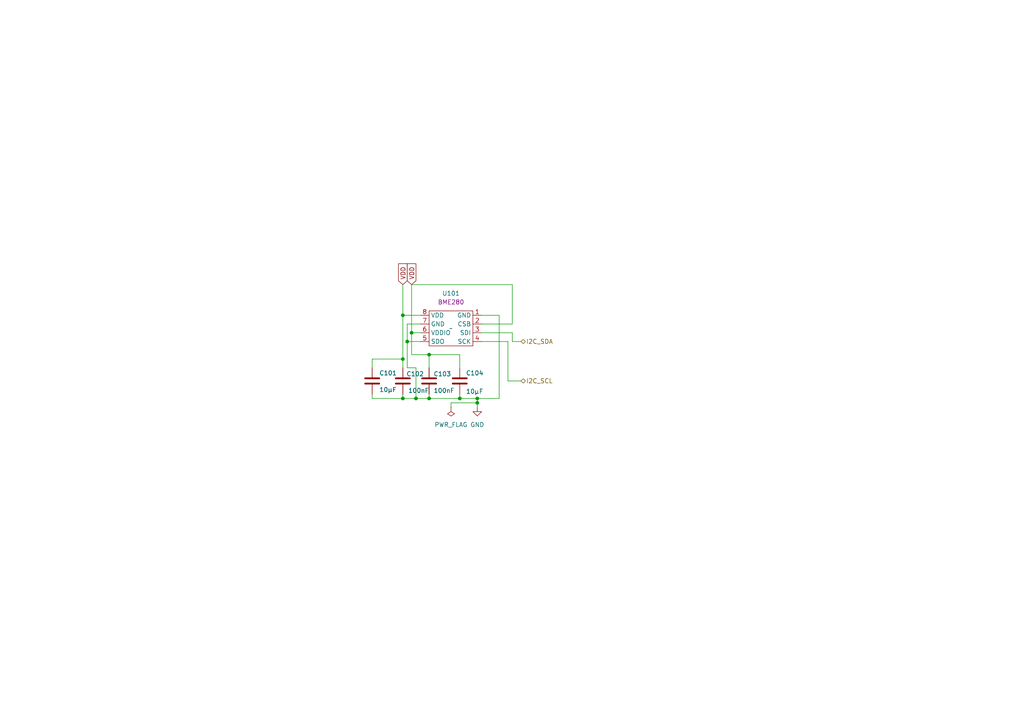
<source format=kicad_sch>
(kicad_sch
	(version 20231120)
	(generator "eeschema")
	(generator_version "8.0")
	(uuid "19420d9c-c79f-4c58-9606-069e2b1abb96")
	(paper "A4")
	(lib_symbols
		(symbol "Device:C"
			(pin_numbers hide)
			(pin_names
				(offset 0.254)
			)
			(exclude_from_sim no)
			(in_bom yes)
			(on_board yes)
			(property "Reference" "C"
				(at 0.635 2.54 0)
				(effects
					(font
						(size 1.27 1.27)
					)
					(justify left)
				)
			)
			(property "Value" "C"
				(at 0.635 -2.54 0)
				(effects
					(font
						(size 1.27 1.27)
					)
					(justify left)
				)
			)
			(property "Footprint" ""
				(at 0.9652 -3.81 0)
				(effects
					(font
						(size 1.27 1.27)
					)
					(hide yes)
				)
			)
			(property "Datasheet" "~"
				(at 0 0 0)
				(effects
					(font
						(size 1.27 1.27)
					)
					(hide yes)
				)
			)
			(property "Description" "Unpolarized capacitor"
				(at 0 0 0)
				(effects
					(font
						(size 1.27 1.27)
					)
					(hide yes)
				)
			)
			(property "ki_keywords" "cap capacitor"
				(at 0 0 0)
				(effects
					(font
						(size 1.27 1.27)
					)
					(hide yes)
				)
			)
			(property "ki_fp_filters" "C_*"
				(at 0 0 0)
				(effects
					(font
						(size 1.27 1.27)
					)
					(hide yes)
				)
			)
			(symbol "C_0_1"
				(polyline
					(pts
						(xy -2.032 -0.762) (xy 2.032 -0.762)
					)
					(stroke
						(width 0.508)
						(type default)
					)
					(fill
						(type none)
					)
				)
				(polyline
					(pts
						(xy -2.032 0.762) (xy 2.032 0.762)
					)
					(stroke
						(width 0.508)
						(type default)
					)
					(fill
						(type none)
					)
				)
			)
			(symbol "C_1_1"
				(pin passive line
					(at 0 3.81 270)
					(length 2.794)
					(name "~"
						(effects
							(font
								(size 1.27 1.27)
							)
						)
					)
					(number "1"
						(effects
							(font
								(size 1.27 1.27)
							)
						)
					)
				)
				(pin passive line
					(at 0 -3.81 90)
					(length 2.794)
					(name "~"
						(effects
							(font
								(size 1.27 1.27)
							)
						)
					)
					(number "2"
						(effects
							(font
								(size 1.27 1.27)
							)
						)
					)
				)
			)
		)
		(symbol "WOBCLibrary:BME280"
			(exclude_from_sim no)
			(in_bom yes)
			(on_board yes)
			(property "Reference" "U"
				(at 0 10.16 0)
				(effects
					(font
						(size 1.27 1.27)
					)
				)
			)
			(property "Value" ""
				(at 0 0 0)
				(effects
					(font
						(size 1.27 1.27)
					)
				)
			)
			(property "Footprint" ""
				(at 0 0 0)
				(effects
					(font
						(size 1.27 1.27)
					)
					(hide yes)
				)
			)
			(property "Datasheet" ""
				(at 0 0 0)
				(effects
					(font
						(size 1.27 1.27)
					)
					(hide yes)
				)
			)
			(property "Description" ""
				(at 0 0 0)
				(effects
					(font
						(size 1.27 1.27)
					)
					(hide yes)
				)
			)
			(property "シンボル名" "BME280"
				(at 0 7.62 0)
				(effects
					(font
						(size 1.27 1.27)
					)
				)
			)
			(symbol "BME280_0_1"
				(rectangle
					(start -6.35 5.08)
					(end 6.35 -5.08)
					(stroke
						(width 0)
						(type default)
					)
					(fill
						(type none)
					)
				)
			)
			(symbol "BME280_1_1"
				(pin input line
					(at 8.89 3.81 180)
					(length 2.54)
					(name "GND"
						(effects
							(font
								(size 1.27 1.27)
							)
						)
					)
					(number "1"
						(effects
							(font
								(size 1.27 1.27)
							)
						)
					)
				)
				(pin input line
					(at 8.89 1.27 180)
					(length 2.54)
					(name "CSB"
						(effects
							(font
								(size 1.27 1.27)
							)
						)
					)
					(number "2"
						(effects
							(font
								(size 1.27 1.27)
							)
						)
					)
				)
				(pin input line
					(at 8.89 -1.27 180)
					(length 2.54)
					(name "SDI"
						(effects
							(font
								(size 1.27 1.27)
							)
						)
					)
					(number "3"
						(effects
							(font
								(size 1.27 1.27)
							)
						)
					)
				)
				(pin input line
					(at 8.89 -3.81 180)
					(length 2.54)
					(name "SCK"
						(effects
							(font
								(size 1.27 1.27)
							)
						)
					)
					(number "4"
						(effects
							(font
								(size 1.27 1.27)
							)
						)
					)
				)
				(pin input line
					(at -8.89 -3.81 0)
					(length 2.54)
					(name "SDO"
						(effects
							(font
								(size 1.27 1.27)
							)
						)
					)
					(number "5"
						(effects
							(font
								(size 1.27 1.27)
							)
						)
					)
				)
				(pin input line
					(at -8.89 -1.27 0)
					(length 2.54)
					(name "VDDIO"
						(effects
							(font
								(size 1.27 1.27)
							)
						)
					)
					(number "6"
						(effects
							(font
								(size 1.27 1.27)
							)
						)
					)
				)
				(pin input line
					(at -8.89 1.27 0)
					(length 2.54)
					(name "GND"
						(effects
							(font
								(size 1.27 1.27)
							)
						)
					)
					(number "7"
						(effects
							(font
								(size 1.27 1.27)
							)
						)
					)
				)
				(pin input line
					(at -8.89 3.81 0)
					(length 2.54)
					(name "VDD"
						(effects
							(font
								(size 1.27 1.27)
							)
						)
					)
					(number "8"
						(effects
							(font
								(size 1.27 1.27)
							)
						)
					)
				)
			)
		)
		(symbol "power:GND"
			(power)
			(pin_names
				(offset 0)
			)
			(exclude_from_sim no)
			(in_bom yes)
			(on_board yes)
			(property "Reference" "#PWR"
				(at 0 -6.35 0)
				(effects
					(font
						(size 1.27 1.27)
					)
					(hide yes)
				)
			)
			(property "Value" "GND"
				(at 0 -3.81 0)
				(effects
					(font
						(size 1.27 1.27)
					)
				)
			)
			(property "Footprint" ""
				(at 0 0 0)
				(effects
					(font
						(size 1.27 1.27)
					)
					(hide yes)
				)
			)
			(property "Datasheet" ""
				(at 0 0 0)
				(effects
					(font
						(size 1.27 1.27)
					)
					(hide yes)
				)
			)
			(property "Description" "Power symbol creates a global label with name \"GND\" , ground"
				(at 0 0 0)
				(effects
					(font
						(size 1.27 1.27)
					)
					(hide yes)
				)
			)
			(property "ki_keywords" "global power"
				(at 0 0 0)
				(effects
					(font
						(size 1.27 1.27)
					)
					(hide yes)
				)
			)
			(symbol "GND_0_1"
				(polyline
					(pts
						(xy 0 0) (xy 0 -1.27) (xy 1.27 -1.27) (xy 0 -2.54) (xy -1.27 -1.27) (xy 0 -1.27)
					)
					(stroke
						(width 0)
						(type default)
					)
					(fill
						(type none)
					)
				)
			)
			(symbol "GND_1_1"
				(pin power_in line
					(at 0 0 270)
					(length 0) hide
					(name "GND"
						(effects
							(font
								(size 1.27 1.27)
							)
						)
					)
					(number "1"
						(effects
							(font
								(size 1.27 1.27)
							)
						)
					)
				)
			)
		)
		(symbol "power:PWR_FLAG"
			(power)
			(pin_numbers hide)
			(pin_names
				(offset 0) hide)
			(exclude_from_sim no)
			(in_bom yes)
			(on_board yes)
			(property "Reference" "#FLG"
				(at 0 1.905 0)
				(effects
					(font
						(size 1.27 1.27)
					)
					(hide yes)
				)
			)
			(property "Value" "PWR_FLAG"
				(at 0 3.81 0)
				(effects
					(font
						(size 1.27 1.27)
					)
				)
			)
			(property "Footprint" ""
				(at 0 0 0)
				(effects
					(font
						(size 1.27 1.27)
					)
					(hide yes)
				)
			)
			(property "Datasheet" "~"
				(at 0 0 0)
				(effects
					(font
						(size 1.27 1.27)
					)
					(hide yes)
				)
			)
			(property "Description" "Special symbol for telling ERC where power comes from"
				(at 0 0 0)
				(effects
					(font
						(size 1.27 1.27)
					)
					(hide yes)
				)
			)
			(property "ki_keywords" "flag power"
				(at 0 0 0)
				(effects
					(font
						(size 1.27 1.27)
					)
					(hide yes)
				)
			)
			(symbol "PWR_FLAG_0_0"
				(pin power_out line
					(at 0 0 90)
					(length 0)
					(name "pwr"
						(effects
							(font
								(size 1.27 1.27)
							)
						)
					)
					(number "1"
						(effects
							(font
								(size 1.27 1.27)
							)
						)
					)
				)
			)
			(symbol "PWR_FLAG_0_1"
				(polyline
					(pts
						(xy 0 0) (xy 0 1.27) (xy -1.016 1.905) (xy 0 2.54) (xy 1.016 1.905) (xy 0 1.27)
					)
					(stroke
						(width 0)
						(type default)
					)
					(fill
						(type none)
					)
				)
			)
		)
	)
	(junction
		(at 124.46 102.87)
		(diameter 0)
		(color 0 0 0 0)
		(uuid "105a7fa9-91c5-4f2b-8620-e286389c4232")
	)
	(junction
		(at 116.84 104.14)
		(diameter 0)
		(color 0 0 0 0)
		(uuid "11772858-3888-4128-a4e7-c271a85151f8")
	)
	(junction
		(at 138.43 116.84)
		(diameter 0)
		(color 0 0 0 0)
		(uuid "287885ca-8d1f-4dd0-aea4-9de23858bdb9")
	)
	(junction
		(at 118.11 99.06)
		(diameter 0)
		(color 0 0 0 0)
		(uuid "37de8c1a-53e8-494e-96d3-632e37eb4661")
	)
	(junction
		(at 116.84 115.57)
		(diameter 0)
		(color 0 0 0 0)
		(uuid "45e86520-cb1c-476b-95cf-c3290b16a195")
	)
	(junction
		(at 119.38 96.52)
		(diameter 0)
		(color 0 0 0 0)
		(uuid "7b85a67f-45fb-4c1a-90ad-b56b854d666e")
	)
	(junction
		(at 124.46 115.57)
		(diameter 0)
		(color 0 0 0 0)
		(uuid "80393b5d-f81f-456f-a992-04ebe5e70f92")
	)
	(junction
		(at 120.65 115.57)
		(diameter 0)
		(color 0 0 0 0)
		(uuid "87bc4830-cfc6-4a02-9f56-1f8052f1b753")
	)
	(junction
		(at 116.84 91.44)
		(diameter 0)
		(color 0 0 0 0)
		(uuid "8ed0f6f4-8689-4d69-8764-3237fff5eb5b")
	)
	(junction
		(at 133.35 115.57)
		(diameter 0)
		(color 0 0 0 0)
		(uuid "96b20b7f-e88a-4173-a3fd-9d45c6360c0e")
	)
	(junction
		(at 138.43 115.57)
		(diameter 0)
		(color 0 0 0 0)
		(uuid "cc08d8ff-c1cf-4093-9765-1c2af5b366bf")
	)
	(wire
		(pts
			(xy 116.84 91.44) (xy 121.92 91.44)
		)
		(stroke
			(width 0)
			(type default)
		)
		(uuid "06990eb9-523e-4fff-bdc6-851a02a87216")
	)
	(wire
		(pts
			(xy 118.11 106.68) (xy 120.65 106.68)
		)
		(stroke
			(width 0)
			(type default)
		)
		(uuid "08b9c6be-8be5-4f86-84a1-6a44cccdc234")
	)
	(wire
		(pts
			(xy 133.35 102.87) (xy 124.46 102.87)
		)
		(stroke
			(width 0)
			(type default)
		)
		(uuid "0f86f327-4624-4422-a9a6-2f31b0ce449b")
	)
	(wire
		(pts
			(xy 138.43 115.57) (xy 138.43 116.84)
		)
		(stroke
			(width 0)
			(type default)
		)
		(uuid "204e6757-0d67-42e9-b2af-4570773af5fe")
	)
	(wire
		(pts
			(xy 148.59 93.98) (xy 139.7 93.98)
		)
		(stroke
			(width 0)
			(type default)
		)
		(uuid "36d658c1-c536-412f-a181-229905ef2ac2")
	)
	(wire
		(pts
			(xy 120.65 115.57) (xy 124.46 115.57)
		)
		(stroke
			(width 0)
			(type default)
		)
		(uuid "3d0dbfb6-1cc9-4624-965e-e2621435fdeb")
	)
	(wire
		(pts
			(xy 148.59 82.55) (xy 148.59 93.98)
		)
		(stroke
			(width 0)
			(type default)
		)
		(uuid "3e6095da-9cbf-4494-a9f4-d8cf53c342c6")
	)
	(wire
		(pts
			(xy 116.84 91.44) (xy 116.84 104.14)
		)
		(stroke
			(width 0)
			(type default)
		)
		(uuid "45ea3ccc-283d-470e-9a66-4f0e4507b448")
	)
	(wire
		(pts
			(xy 116.84 104.14) (xy 116.84 106.68)
		)
		(stroke
			(width 0)
			(type default)
		)
		(uuid "4eadf5df-40fe-4dd4-9682-35c3e18fe224")
	)
	(wire
		(pts
			(xy 107.95 106.68) (xy 107.95 104.14)
		)
		(stroke
			(width 0)
			(type default)
		)
		(uuid "53bf2969-ce5b-46c8-83d4-29f837018063")
	)
	(wire
		(pts
			(xy 124.46 115.57) (xy 133.35 115.57)
		)
		(stroke
			(width 0)
			(type default)
		)
		(uuid "55109e4a-43d3-45e6-b683-3fc2aa5b634e")
	)
	(wire
		(pts
			(xy 107.95 115.57) (xy 116.84 115.57)
		)
		(stroke
			(width 0)
			(type default)
		)
		(uuid "56f32265-5da1-4608-8bbf-24b754b31660")
	)
	(wire
		(pts
			(xy 138.43 116.84) (xy 138.43 118.11)
		)
		(stroke
			(width 0)
			(type default)
		)
		(uuid "5772d6a2-4044-4d9c-abda-2b85c94343fa")
	)
	(wire
		(pts
			(xy 144.78 115.57) (xy 144.78 91.44)
		)
		(stroke
			(width 0)
			(type default)
		)
		(uuid "58feb98f-3530-4605-9414-2c2d5295273d")
	)
	(wire
		(pts
			(xy 139.7 99.06) (xy 147.32 99.06)
		)
		(stroke
			(width 0)
			(type default)
		)
		(uuid "6eabe1f2-fa89-4465-9735-43c39d72fff4")
	)
	(wire
		(pts
			(xy 139.7 96.52) (xy 148.59 96.52)
		)
		(stroke
			(width 0)
			(type default)
		)
		(uuid "75117a6d-0b87-46f6-8af0-52887d8f3b15")
	)
	(wire
		(pts
			(xy 148.59 96.52) (xy 148.59 99.06)
		)
		(stroke
			(width 0)
			(type default)
		)
		(uuid "760857c0-48d0-480c-9cea-a91ef7ab1ff1")
	)
	(wire
		(pts
			(xy 118.11 99.06) (xy 121.92 99.06)
		)
		(stroke
			(width 0)
			(type default)
		)
		(uuid "791a726a-b416-4b98-9628-e9a288c4e81b")
	)
	(wire
		(pts
			(xy 119.38 82.55) (xy 148.59 82.55)
		)
		(stroke
			(width 0)
			(type default)
		)
		(uuid "7b273c35-fe95-4788-baca-35e02e0d4f8e")
	)
	(wire
		(pts
			(xy 119.38 82.55) (xy 119.38 96.52)
		)
		(stroke
			(width 0)
			(type default)
		)
		(uuid "8b5afd11-c134-4972-9b03-98ea39de4c09")
	)
	(wire
		(pts
			(xy 147.32 110.49) (xy 151.13 110.49)
		)
		(stroke
			(width 0)
			(type default)
		)
		(uuid "955fe80d-a4be-4605-ac26-4443637f0f16")
	)
	(wire
		(pts
			(xy 147.32 99.06) (xy 147.32 110.49)
		)
		(stroke
			(width 0)
			(type default)
		)
		(uuid "980c529b-61b4-4340-b7dc-05f9bcda7d15")
	)
	(wire
		(pts
			(xy 119.38 96.52) (xy 121.92 96.52)
		)
		(stroke
			(width 0)
			(type default)
		)
		(uuid "9d6dbaac-8825-4a58-9f9e-fa5e9c5fb462")
	)
	(wire
		(pts
			(xy 133.35 114.3) (xy 133.35 115.57)
		)
		(stroke
			(width 0)
			(type default)
		)
		(uuid "aace92e0-20ee-4fbc-8f98-1c73198a81ff")
	)
	(wire
		(pts
			(xy 124.46 102.87) (xy 124.46 106.68)
		)
		(stroke
			(width 0)
			(type default)
		)
		(uuid "b02e6ccf-f4f7-43c8-82da-f7378d29fc65")
	)
	(wire
		(pts
			(xy 121.92 93.98) (xy 118.11 93.98)
		)
		(stroke
			(width 0)
			(type default)
		)
		(uuid "b25aa423-8b67-49b9-8e72-8d2c9d8076b2")
	)
	(wire
		(pts
			(xy 148.59 99.06) (xy 151.13 99.06)
		)
		(stroke
			(width 0)
			(type default)
		)
		(uuid "b64e9bd2-aaf8-44f1-92c8-0310c60b570b")
	)
	(wire
		(pts
			(xy 138.43 115.57) (xy 144.78 115.57)
		)
		(stroke
			(width 0)
			(type default)
		)
		(uuid "b89b09a9-0800-45fe-bad3-1cc4224ed976")
	)
	(wire
		(pts
			(xy 118.11 99.06) (xy 118.11 106.68)
		)
		(stroke
			(width 0)
			(type default)
		)
		(uuid "bc789bb8-157e-4457-a4ec-57687de5559e")
	)
	(wire
		(pts
			(xy 130.81 116.84) (xy 138.43 116.84)
		)
		(stroke
			(width 0)
			(type default)
		)
		(uuid "be83c67c-fb5b-4927-85e1-bed30d669528")
	)
	(wire
		(pts
			(xy 119.38 96.52) (xy 119.38 102.87)
		)
		(stroke
			(width 0)
			(type default)
		)
		(uuid "c27df7a2-591d-4317-9425-ec01304488ce")
	)
	(wire
		(pts
			(xy 119.38 102.87) (xy 124.46 102.87)
		)
		(stroke
			(width 0)
			(type default)
		)
		(uuid "c8a015c4-4a16-4d22-bcd6-cccaf5bd271b")
	)
	(wire
		(pts
			(xy 133.35 106.68) (xy 133.35 102.87)
		)
		(stroke
			(width 0)
			(type default)
		)
		(uuid "cf920876-1b37-4dfd-9a34-13439f4189ce")
	)
	(wire
		(pts
			(xy 144.78 91.44) (xy 139.7 91.44)
		)
		(stroke
			(width 0)
			(type default)
		)
		(uuid "d348d268-64a9-4fa7-8a10-14e55ce07c35")
	)
	(wire
		(pts
			(xy 133.35 115.57) (xy 138.43 115.57)
		)
		(stroke
			(width 0)
			(type default)
		)
		(uuid "d4320249-5db9-4840-af10-638705bfa06e")
	)
	(wire
		(pts
			(xy 116.84 115.57) (xy 120.65 115.57)
		)
		(stroke
			(width 0)
			(type default)
		)
		(uuid "da88de3c-2071-46e8-96db-038954a5389d")
	)
	(wire
		(pts
			(xy 118.11 93.98) (xy 118.11 99.06)
		)
		(stroke
			(width 0)
			(type default)
		)
		(uuid "dc207011-4239-4804-8a04-cc040fa7b099")
	)
	(wire
		(pts
			(xy 107.95 114.3) (xy 107.95 115.57)
		)
		(stroke
			(width 0)
			(type default)
		)
		(uuid "e3b25722-f58a-4b0d-892a-7894b3ecfcd0")
	)
	(wire
		(pts
			(xy 120.65 106.68) (xy 120.65 115.57)
		)
		(stroke
			(width 0)
			(type default)
		)
		(uuid "ec7754d3-0a66-43bd-be47-d32f5a4e1763")
	)
	(wire
		(pts
			(xy 107.95 104.14) (xy 116.84 104.14)
		)
		(stroke
			(width 0)
			(type default)
		)
		(uuid "f4bd8402-325a-46e0-a8d9-60383603004a")
	)
	(wire
		(pts
			(xy 130.81 118.11) (xy 130.81 116.84)
		)
		(stroke
			(width 0)
			(type default)
		)
		(uuid "f50396de-fdc7-41db-b6cd-97d22cf323cc")
	)
	(wire
		(pts
			(xy 116.84 114.3) (xy 116.84 115.57)
		)
		(stroke
			(width 0)
			(type default)
		)
		(uuid "fb098317-b92d-4fde-8793-e2e9840d4a85")
	)
	(wire
		(pts
			(xy 124.46 114.3) (xy 124.46 115.57)
		)
		(stroke
			(width 0)
			(type default)
		)
		(uuid "fbc378a5-a743-4d65-b58b-7440515b72c8")
	)
	(wire
		(pts
			(xy 116.84 82.55) (xy 116.84 91.44)
		)
		(stroke
			(width 0)
			(type default)
		)
		(uuid "fc4977ef-2131-458a-a87d-04b5447564f2")
	)
	(global_label "VDD"
		(shape input)
		(at 116.84 82.55 90)
		(fields_autoplaced yes)
		(effects
			(font
				(size 1.27 1.27)
			)
			(justify left)
		)
		(uuid "454e629f-5a83-46b4-87dc-e6244074f256")
		(property "Intersheetrefs" "${INTERSHEET_REFS}"
			(at 116.84 75.9362 90)
			(effects
				(font
					(size 1.27 1.27)
				)
				(justify left)
				(hide yes)
			)
		)
	)
	(global_label "VDD"
		(shape input)
		(at 119.38 82.55 90)
		(fields_autoplaced yes)
		(effects
			(font
				(size 1.27 1.27)
			)
			(justify left)
		)
		(uuid "641f1c6d-eb00-44b1-8cd9-10d3bddd210c")
		(property "Intersheetrefs" "${INTERSHEET_REFS}"
			(at 119.38 75.9362 90)
			(effects
				(font
					(size 1.27 1.27)
				)
				(justify left)
				(hide yes)
			)
		)
	)
	(hierarchical_label "I2C_SCL"
		(shape bidirectional)
		(at 151.13 110.49 0)
		(fields_autoplaced yes)
		(effects
			(font
				(size 1.27 1.27)
			)
			(justify left)
		)
		(uuid "39f12034-5ce0-4f68-9980-8fb092f38d44")
	)
	(hierarchical_label "I2C_SDA"
		(shape bidirectional)
		(at 151.13 99.06 0)
		(fields_autoplaced yes)
		(effects
			(font
				(size 1.27 1.27)
			)
			(justify left)
		)
		(uuid "d4b0311e-8896-44d2-8d87-b0e01658b5bb")
	)
	(symbol
		(lib_id "Device:C")
		(at 116.84 110.49 0)
		(unit 1)
		(exclude_from_sim no)
		(in_bom yes)
		(on_board yes)
		(dnp no)
		(uuid "19b3d358-5301-404f-bef9-009e4d13f1a9")
		(property "Reference" "C102"
			(at 117.856 108.458 0)
			(effects
				(font
					(size 1.27 1.27)
				)
				(justify left)
			)
		)
		(property "Value" "100nF"
			(at 118.364 113.284 0)
			(effects
				(font
					(size 1.27 1.27)
				)
				(justify left)
			)
		)
		(property "Footprint" "Capacitor_SMD:C_0402_1005Metric"
			(at 117.8052 114.3 0)
			(effects
				(font
					(size 1.27 1.27)
				)
				(hide yes)
			)
		)
		(property "Datasheet" "~"
			(at 116.84 110.49 0)
			(effects
				(font
					(size 1.27 1.27)
				)
				(hide yes)
			)
		)
		(property "Description" ""
			(at 116.84 110.49 0)
			(effects
				(font
					(size 1.27 1.27)
				)
				(hide yes)
			)
		)
		(property "LCSC" "C1525"
			(at 116.84 110.49 0)
			(effects
				(font
					(size 1.27 1.27)
				)
				(hide yes)
			)
		)
		(pin "1"
			(uuid "cfdfb380-e112-4b8e-9949-c94fa7f8ef51")
		)
		(pin "2"
			(uuid "377fc8d6-db1e-481a-9793-d98fa1a26928")
		)
		(instances
			(project "Pressure"
				(path "/19420d9c-c79f-4c58-9606-069e2b1abb96"
					(reference "C102")
					(unit 1)
				)
			)
			(project "Tracker"
				(path "/485a01ee-6a57-485f-8e4c-0ef4d16d0717/f2c822c2-ff23-4752-bd0e-ff71e3258c4d"
					(reference "C102")
					(unit 1)
				)
			)
			(project "Pressure"
				(path "/bbee8c47-266c-4026-940d-10a37b262ebb/7270b3b2-1dcd-4610-86f3-bea0fccfded2"
					(reference "C102")
					(unit 1)
				)
			)
		)
	)
	(symbol
		(lib_id "Device:C")
		(at 107.95 110.49 0)
		(unit 1)
		(exclude_from_sim no)
		(in_bom yes)
		(on_board yes)
		(dnp no)
		(uuid "8584b2f0-547c-4b73-808b-c9f3050cc7be")
		(property "Reference" "C101"
			(at 109.982 108.204 0)
			(effects
				(font
					(size 1.27 1.27)
				)
				(justify left)
			)
		)
		(property "Value" "10μF"
			(at 109.982 113.03 0)
			(effects
				(font
					(size 1.27 1.27)
				)
				(justify left)
			)
		)
		(property "Footprint" "Capacitor_SMD:C_0603_1608Metric"
			(at 108.9152 114.3 0)
			(effects
				(font
					(size 1.27 1.27)
				)
				(hide yes)
			)
		)
		(property "Datasheet" "~"
			(at 107.95 110.49 0)
			(effects
				(font
					(size 1.27 1.27)
				)
				(hide yes)
			)
		)
		(property "Description" ""
			(at 107.95 110.49 0)
			(effects
				(font
					(size 1.27 1.27)
				)
				(hide yes)
			)
		)
		(property "フィールド5" ""
			(at 107.95 110.49 0)
			(effects
				(font
					(size 1.27 1.27)
				)
				(hide yes)
			)
		)
		(property "LCSC" "C96446"
			(at 107.95 110.49 0)
			(effects
				(font
					(size 1.27 1.27)
				)
				(hide yes)
			)
		)
		(pin "1"
			(uuid "28a9f0e5-9d10-4503-9767-de675b824a49")
		)
		(pin "2"
			(uuid "0f3d61fc-b21e-4989-abfd-9fc3cc3feb7d")
		)
		(instances
			(project "Pressure"
				(path "/19420d9c-c79f-4c58-9606-069e2b1abb96"
					(reference "C101")
					(unit 1)
				)
			)
			(project "Tracker"
				(path "/485a01ee-6a57-485f-8e4c-0ef4d16d0717/f2c822c2-ff23-4752-bd0e-ff71e3258c4d"
					(reference "C101")
					(unit 1)
				)
			)
			(project "Pressure"
				(path "/bbee8c47-266c-4026-940d-10a37b262ebb/7270b3b2-1dcd-4610-86f3-bea0fccfded2"
					(reference "C101")
					(unit 1)
				)
			)
		)
	)
	(symbol
		(lib_id "Device:C")
		(at 124.46 110.49 0)
		(unit 1)
		(exclude_from_sim no)
		(in_bom yes)
		(on_board yes)
		(dnp no)
		(uuid "9e07f4d2-7be4-4572-a801-1505eb3e04af")
		(property "Reference" "C103"
			(at 125.73 108.458 0)
			(effects
				(font
					(size 1.27 1.27)
				)
				(justify left)
			)
		)
		(property "Value" "100nF"
			(at 125.73 113.284 0)
			(effects
				(font
					(size 1.27 1.27)
				)
				(justify left)
			)
		)
		(property "Footprint" "Capacitor_SMD:C_0402_1005Metric"
			(at 125.4252 114.3 0)
			(effects
				(font
					(size 1.27 1.27)
				)
				(hide yes)
			)
		)
		(property "Datasheet" "~"
			(at 124.46 110.49 0)
			(effects
				(font
					(size 1.27 1.27)
				)
				(hide yes)
			)
		)
		(property "Description" ""
			(at 124.46 110.49 0)
			(effects
				(font
					(size 1.27 1.27)
				)
				(hide yes)
			)
		)
		(property "LCSC" "C1525"
			(at 124.46 110.49 0)
			(effects
				(font
					(size 1.27 1.27)
				)
				(hide yes)
			)
		)
		(pin "1"
			(uuid "b0e541e2-5e4d-45be-8619-1ff0ba9ad7d3")
		)
		(pin "2"
			(uuid "42f1a122-e47f-431d-b268-e0d842e2d4f9")
		)
		(instances
			(project "Pressure"
				(path "/19420d9c-c79f-4c58-9606-069e2b1abb96"
					(reference "C103")
					(unit 1)
				)
			)
			(project "Tracker"
				(path "/485a01ee-6a57-485f-8e4c-0ef4d16d0717/f2c822c2-ff23-4752-bd0e-ff71e3258c4d"
					(reference "C103")
					(unit 1)
				)
			)
			(project "Pressure"
				(path "/bbee8c47-266c-4026-940d-10a37b262ebb/7270b3b2-1dcd-4610-86f3-bea0fccfded2"
					(reference "C103")
					(unit 1)
				)
			)
		)
	)
	(symbol
		(lib_id "WOBCLibrary:BME280")
		(at 130.81 95.25 0)
		(unit 1)
		(exclude_from_sim no)
		(in_bom yes)
		(on_board yes)
		(dnp no)
		(fields_autoplaced yes)
		(uuid "a41264ad-15fb-4fc5-8fae-8ee696435c5d")
		(property "Reference" "U101"
			(at 130.81 85.09 0)
			(effects
				(font
					(size 1.27 1.27)
				)
			)
		)
		(property "Value" "~"
			(at 130.81 95.25 0)
			(effects
				(font
					(size 1.27 1.27)
				)
			)
		)
		(property "Footprint" "WOBClibrary:BME280"
			(at 130.81 95.25 0)
			(effects
				(font
					(size 1.27 1.27)
				)
				(hide yes)
			)
		)
		(property "Datasheet" ""
			(at 130.81 95.25 0)
			(effects
				(font
					(size 1.27 1.27)
				)
				(hide yes)
			)
		)
		(property "Description" ""
			(at 130.81 95.25 0)
			(effects
				(font
					(size 1.27 1.27)
				)
				(hide yes)
			)
		)
		(property "シンボル名" "BME280"
			(at 130.81 87.63 0)
			(effects
				(font
					(size 1.27 1.27)
				)
			)
		)
		(property "LCSC" "C92489"
			(at 130.81 95.25 0)
			(effects
				(font
					(size 1.27 1.27)
				)
				(hide yes)
			)
		)
		(pin "3"
			(uuid "7767db14-93b0-402d-911c-843ff051f618")
		)
		(pin "1"
			(uuid "300fa49a-b0f9-4e7b-9ce6-650f41d6a382")
		)
		(pin "7"
			(uuid "07a60bdf-5b0e-47a7-9471-db42c27fd602")
		)
		(pin "2"
			(uuid "70725b1d-6274-4307-a9cc-62fa610f320a")
		)
		(pin "6"
			(uuid "7c439fd1-b815-4881-8e67-e7c6b09813fd")
		)
		(pin "4"
			(uuid "2858a7c0-970f-4848-9b95-db38248c83e3")
		)
		(pin "5"
			(uuid "682ef54e-5549-4483-8c91-507573a6597b")
		)
		(pin "8"
			(uuid "dbbb6de2-063a-4755-bedb-cb0e9834e02f")
		)
		(instances
			(project "Pressure"
				(path "/19420d9c-c79f-4c58-9606-069e2b1abb96"
					(reference "U101")
					(unit 1)
				)
			)
			(project "Tracker"
				(path "/485a01ee-6a57-485f-8e4c-0ef4d16d0717/f2c822c2-ff23-4752-bd0e-ff71e3258c4d"
					(reference "U101")
					(unit 1)
				)
			)
			(project "Pressure"
				(path "/bbee8c47-266c-4026-940d-10a37b262ebb/7270b3b2-1dcd-4610-86f3-bea0fccfded2"
					(reference "U101")
					(unit 1)
				)
			)
		)
	)
	(symbol
		(lib_id "power:GND")
		(at 138.43 118.11 0)
		(unit 1)
		(exclude_from_sim no)
		(in_bom yes)
		(on_board yes)
		(dnp no)
		(fields_autoplaced yes)
		(uuid "bc8b568a-e35a-424a-a7bc-3ec7f5d4d581")
		(property "Reference" "#PWR0101"
			(at 138.43 124.46 0)
			(effects
				(font
					(size 1.27 1.27)
				)
				(hide yes)
			)
		)
		(property "Value" "GND"
			(at 138.43 123.19 0)
			(effects
				(font
					(size 1.27 1.27)
				)
			)
		)
		(property "Footprint" ""
			(at 138.43 118.11 0)
			(effects
				(font
					(size 1.27 1.27)
				)
				(hide yes)
			)
		)
		(property "Datasheet" ""
			(at 138.43 118.11 0)
			(effects
				(font
					(size 1.27 1.27)
				)
				(hide yes)
			)
		)
		(property "Description" ""
			(at 138.43 118.11 0)
			(effects
				(font
					(size 1.27 1.27)
				)
				(hide yes)
			)
		)
		(pin "1"
			(uuid "ded4aba8-c541-4b05-bdfb-ba087a12181f")
		)
		(instances
			(project "Pressure"
				(path "/19420d9c-c79f-4c58-9606-069e2b1abb96"
					(reference "#PWR0101")
					(unit 1)
				)
			)
			(project "Tracker"
				(path "/485a01ee-6a57-485f-8e4c-0ef4d16d0717/f2c822c2-ff23-4752-bd0e-ff71e3258c4d"
					(reference "#PWR0101")
					(unit 1)
				)
			)
			(project "Pressure"
				(path "/bbee8c47-266c-4026-940d-10a37b262ebb/7270b3b2-1dcd-4610-86f3-bea0fccfded2"
					(reference "#PWR0101")
					(unit 1)
				)
			)
		)
	)
	(symbol
		(lib_id "power:PWR_FLAG")
		(at 130.81 118.11 180)
		(unit 1)
		(exclude_from_sim no)
		(in_bom yes)
		(on_board yes)
		(dnp no)
		(fields_autoplaced yes)
		(uuid "c59503a3-d156-4115-9650-7ff760b1a066")
		(property "Reference" "#FLG0101"
			(at 130.81 120.015 0)
			(effects
				(font
					(size 1.27 1.27)
				)
				(hide yes)
			)
		)
		(property "Value" "PWR_FLAG"
			(at 130.81 123.19 0)
			(effects
				(font
					(size 1.27 1.27)
				)
			)
		)
		(property "Footprint" ""
			(at 130.81 118.11 0)
			(effects
				(font
					(size 1.27 1.27)
				)
				(hide yes)
			)
		)
		(property "Datasheet" "~"
			(at 130.81 118.11 0)
			(effects
				(font
					(size 1.27 1.27)
				)
				(hide yes)
			)
		)
		(property "Description" ""
			(at 130.81 118.11 0)
			(effects
				(font
					(size 1.27 1.27)
				)
				(hide yes)
			)
		)
		(pin "1"
			(uuid "6af86e8f-6b06-4623-8f08-f20875586ac9")
		)
		(instances
			(project "Pressure"
				(path "/19420d9c-c79f-4c58-9606-069e2b1abb96"
					(reference "#FLG0101")
					(unit 1)
				)
			)
			(project "Tracker"
				(path "/485a01ee-6a57-485f-8e4c-0ef4d16d0717/f2c822c2-ff23-4752-bd0e-ff71e3258c4d"
					(reference "#FLG0101")
					(unit 1)
				)
			)
			(project "Pressure"
				(path "/bbee8c47-266c-4026-940d-10a37b262ebb/7270b3b2-1dcd-4610-86f3-bea0fccfded2"
					(reference "#FLG0101")
					(unit 1)
				)
			)
		)
	)
	(symbol
		(lib_id "Device:C")
		(at 133.35 110.49 0)
		(unit 1)
		(exclude_from_sim no)
		(in_bom yes)
		(on_board yes)
		(dnp no)
		(uuid "c6676d44-ff52-4f04-815c-eb56f8573789")
		(property "Reference" "C104"
			(at 135.128 108.204 0)
			(effects
				(font
					(size 1.27 1.27)
				)
				(justify left)
			)
		)
		(property "Value" "10μF"
			(at 135.128 113.538 0)
			(effects
				(font
					(size 1.27 1.27)
				)
				(justify left)
			)
		)
		(property "Footprint" "Capacitor_SMD:C_0603_1608Metric"
			(at 134.3152 114.3 0)
			(effects
				(font
					(size 1.27 1.27)
				)
				(hide yes)
			)
		)
		(property "Datasheet" "~"
			(at 133.35 110.49 0)
			(effects
				(font
					(size 1.27 1.27)
				)
				(hide yes)
			)
		)
		(property "Description" ""
			(at 133.35 110.49 0)
			(effects
				(font
					(size 1.27 1.27)
				)
				(hide yes)
			)
		)
		(property "LCSC" "C96446"
			(at 133.35 110.49 0)
			(effects
				(font
					(size 1.27 1.27)
				)
				(hide yes)
			)
		)
		(pin "1"
			(uuid "af4c722c-b3d9-4b64-9154-891e54a7653d")
		)
		(pin "2"
			(uuid "c22a19b7-a248-48a5-945d-f2dda1db2f4e")
		)
		(instances
			(project "Pressure"
				(path "/19420d9c-c79f-4c58-9606-069e2b1abb96"
					(reference "C104")
					(unit 1)
				)
			)
			(project "Tracker"
				(path "/485a01ee-6a57-485f-8e4c-0ef4d16d0717/f2c822c2-ff23-4752-bd0e-ff71e3258c4d"
					(reference "C104")
					(unit 1)
				)
			)
			(project "Pressure"
				(path "/bbee8c47-266c-4026-940d-10a37b262ebb/7270b3b2-1dcd-4610-86f3-bea0fccfded2"
					(reference "C104")
					(unit 1)
				)
			)
		)
	)
)

</source>
